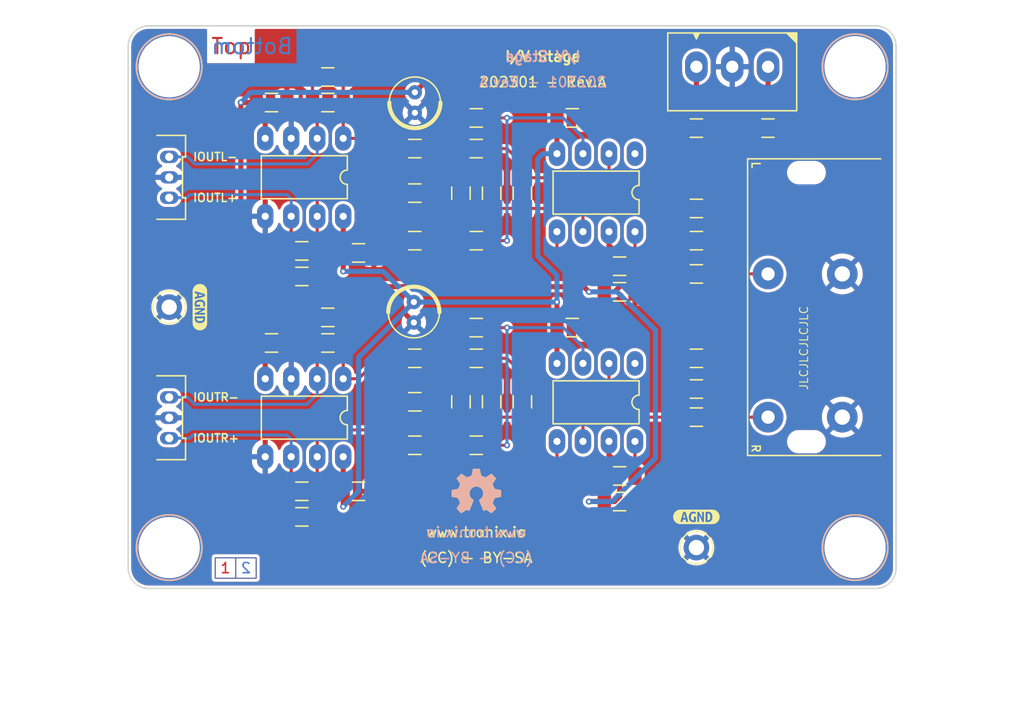
<source format=kicad_pcb>
(kicad_pcb (version 20211014) (generator pcbnew)
  (title_block (title "I/V Stage") (date "01/2023") (rev "A"))
  (layers (0 "F.Cu" signal) (31 "B.Cu" signal) (34 "B.Paste" user) (35 "F.Paste" user) (36 "B.SilkS" user "B.Silkscreen") (37 "F.SilkS" user "F.Silkscreen") (38 "B.Mask" user) (39 "F.Mask" user) (44 "Edge.Cuts" user))
  (net 0 "")
  (net 1 "AGND")
  (net 2 "Net-(C7-Pad2)")
  (net 3 "-15V")
  (net 4 "Net-(C10-Pad2)")
  (net 5 "Net-(C11-Pad1)")
  (net 6 "Net-(C11-Pad2)")
  (net 7 "Net-(C12-Pad2)")
  (net 8 "Net-(C13-Pad2)")
  (net 9 "Net-(C14-Pad2)")
  (net 10 "Net-(C15-Pad2)")
  (net 11 "Net-(C20-Pad2)")
  (net 13 "/IOUTL-")
  (net 14 "Net-(C1-Pad2)")
  (net 15 "+15V")
  (net 16 "Net-(C2-Pad1)")
  (net 17 "Net-(C2-Pad2)")
  (net 18 "Net-(C3-Pad1)")
  (net 19 "Net-(C3-Pad2)")
  (net 20 "/IOUTL+")
  (net 21 "Net-(C4-Pad2)")
  (net 22 "Net-(C5-Pad1)")
  (net 23 "Net-(C5-Pad2)")
  (net 24 "Net-(C6-Pad2)")
  (net 25 "/IOUTR-")
  (net 26 "Net-(C12-Pad1)")
  (net 27 "/IOUTR+")
  (net 28 "Net-(C14-Pad1)")
  (footprint "tronixio:DIP-08-W762" (layer "F.Cu") (at 135 88.5 -90)
    (fp_text reference "U3" hide)
    (fp_text value "NE5532")
    (pad "1" thru_hole oval (at 0 0 270) (size 2.4 1.6) (drill 0.7) (layers *.Cu *.Mask) (net 4 "Net-(C10-Pad2)"))
    (pad "2" thru_hole oval (at 0 2.54 270) (size 2.4 1.6) (drill 0.7) (layers *.Cu *.Mask) (net 25 "/IOUTR-"))
    (pad "3" thru_hole oval (at 0 5.08 270) (size 2.4 1.6) (drill 0.7) (layers *.Cu *.Mask) (net 1 "AGND"))
    (pad "4" thru_hole oval (at 0 7.62 270) (size 2.4 1.6) (drill 0.7) (layers *.Cu *.Mask) (net 15 "+15V"))
    (pad "5" thru_hole oval (at 7.62 7.62 270) (size 2.4 1.6) (drill 0.7) (layers *.Cu *.Mask) (net 1 "AGND"))
    (pad "6" thru_hole oval (at 7.62 5.08 270) (size 2.4 1.6) (drill 0.7) (layers *.Cu *.Mask) (net 27 "/IOUTR+"))
    (pad "7" thru_hole oval (at 7.62 2.54 270) (size 2.4 1.6) (drill 0.7) (layers *.Cu *.Mask) (net 8 "Net-(C13-Pad2)"))
    (pad "8" thru_hole oval (at 7.62 0 270) (size 2.4 1.6) (drill 0.7) (layers *.Cu *.Mask) (net 3 "-15V"))
  )
  (footprint "tronixio:CAPACITOR-SMD-1206" (layer "F.Cu") (at 133.5 85)
    (fp_text reference "C10" hide)
    (fp_text value "2n7")
    (pad "1" smd roundrect (at -1.5 0) (size 1.3 1.75) (layers "F.Cu" "F.Paste" "F.Mask") (roundrect_rratio 0.1) (net 25 "/IOUTR-"))
    (pad "2" smd roundrect (at 1.5 0) (size 1.3 1.75) (layers "F.Cu" "F.Paste" "F.Mask") (roundrect_rratio 0.1) (net 4 "Net-(C10-Pad2)"))
  )
  (footprint "tronixio:RESISTOR-SMD-1206" (layer "F.Cu") (at 169.5 92.25)
    (fp_text reference "R17" hide)
    (fp_text value "47Ω")
    (pad "1" smd roundrect (at -1.5 0) (size 1.3 1.75) (layers "F.Cu" "F.Paste" "F.Mask") (roundrect_rratio 0.1) (net 6 "Net-(C11-Pad2)"))
    (pad "2" smd roundrect (at 1.5 0) (size 1.3 1.75) (layers "F.Cu" "F.Paste" "F.Mask") (roundrect_rratio 0.1) (net 10 "Net-(C15-Pad2)"))
  )
  (footprint "tronixio:MOUNTING-HOLE-3MM-MASK" (layer "F.Cu") (at 118 58)
    (fp_text reference "H4" hide)
    (fp_text value "MOUNTING-HOLE-3MM-MASK" hide)
    (pad "" np_thru_hole circle (at 0 0) (size 3 3) (drill 3) (layers F&B.Cu *.Mask) (clearance 1.5))
  )
  (footprint "tronixio:CAPACITOR-SMD-1206" (layer "F.Cu") (at 157.38 83.5 180)
    (fp_text reference "C24" hide)
    (fp_text value "100n")
    (pad "1" smd roundrect (at -1.5 0 180) (size 1.3 1.75) (layers "F.Cu" "F.Paste" "F.Mask") (roundrect_rratio 0.1) (net 1 "AGND"))
    (pad "2" smd roundrect (at 1.5 0 180) (size 1.3 1.75) (layers "F.Cu" "F.Paste" "F.Mask") (roundrect_rratio 0.1) (net 3 "-15V"))
  )
  (footprint "tronixio:CAPACITOR-SMD-1206" (layer "F.Cu") (at 157.38 63 180)
    (fp_text reference "C23" hide)
    (fp_text value "100n")
    (pad "1" smd roundrect (at -1.5 0 180) (size 1.3 1.75) (layers "F.Cu" "F.Paste" "F.Mask") (roundrect_rratio 0.1) (net 1 "AGND"))
    (pad "2" smd roundrect (at 1.5 0 180) (size 1.3 1.75) (layers "F.Cu" "F.Paste" "F.Mask") (roundrect_rratio 0.1) (net 3 "-15V"))
  )
  (footprint "tronixio:RESISTOR-SMD-1206" (layer "F.Cu") (at 169.5 75)
    (fp_text reference "R7" hide)
    (fp_text value "47K")
    (pad "1" smd roundrect (at -1.5 0) (size 1.3 1.75) (layers "F.Cu" "F.Paste" "F.Mask") (roundrect_rratio 0.1) (net 1 "AGND"))
    (pad "2" smd roundrect (at 1.5 0) (size 1.3 1.75) (layers "F.Cu" "F.Paste" "F.Mask") (roundrect_rratio 0.1) (net 24 "Net-(C6-Pad2)"))
  )
  (footprint "tronixio:RESISTOR-SMD-1206" (layer "F.Cu") (at 148 95)
    (fp_text reference "R21" hide)
    (fp_text value "180Ω")
    (pad "1" smd roundrect (at -1.5 0) (size 1.3 1.75) (layers "F.Cu" "F.Paste" "F.Mask") (roundrect_rratio 0.1) (net 26 "Net-(C12-Pad1)"))
    (pad "2" smd roundrect (at 1.5 0) (size 1.3 1.75) (layers "F.Cu" "F.Paste" "F.Mask") (roundrect_rratio 0.1) (net 11 "Net-(C20-Pad2)"))
  )
  (footprint "tronixio:DIP-08-W762" (layer "F.Cu") (at 163.5 87 -90)
    (fp_text reference "U4" hide)
    (fp_text value "NE5534")
    (pad "1" thru_hole oval (at 0 0 270) (size 2.4 1.6) (drill 0.7) (layers *.Cu *.Mask))
    (pad "2" thru_hole oval (at 0 2.54 270) (size 2.4 1.6) (drill 0.7) (layers *.Cu *.Mask) (net 5 "Net-(C11-Pad1)"))
    (pad "3" thru_hole oval (at 0 5.08 270) (size 2.4 1.6) (drill 0.7) (layers *.Cu *.Mask) (net 11 "Net-(C20-Pad2)"))
    (pad "4" thru_hole oval (at 0 7.62 270) (size 2.4 1.6) (drill 0.7) (layers *.Cu *.Mask) (net 3 "-15V"))
    (pad "5" thru_hole oval (at 7.62 7.62 270) (size 2.4 1.6) (drill 0.7) (layers *.Cu *.Mask) (net 28 "Net-(C14-Pad1)"))
    (pad "6" thru_hole oval (at 7.62 5.08 270) (size 2.4 1.6) (drill 0.7) (layers *.Cu *.Mask) (net 6 "Net-(C11-Pad2)"))
    (pad "7" thru_hole oval (at 7.62 2.54 270) (size 2.4 1.6) (drill 0.7) (layers *.Cu *.Mask) (net 15 "+15V"))
    (pad "8" thru_hole oval (at 7.62 0 270) (size 2.4 1.6) (drill 0.7) (layers *.Cu *.Mask) (net 9 "Net-(C14-Pad2)"))
  )
  (footprint "tronixio:CAPACITOR-SMD-1206" (layer "F.Cu") (at 162 98)
    (fp_text reference "C14" hide)
    (fp_text value "22p")
    (pad "1" smd roundrect (at -1.5 0) (size 1.3 1.75) (layers "F.Cu" "F.Paste" "F.Mask") (roundrect_rratio 0.1) (net 28 "Net-(C14-Pad1)"))
    (pad "2" smd roundrect (at 1.5 0) (size 1.3 1.75) (layers "F.Cu" "F.Paste" "F.Mask") (roundrect_rratio 0.1) (net 9 "Net-(C14-Pad2)"))
  )
  (footprint "tronixio:RESISTOR-SMD-1206" (layer "F.Cu") (at 176.5 64)
    (fp_text reference "R12" hide)
    (fp_text value "22K")
    (pad "1" smd roundrect (at -1.5 0) (size 1.3 1.75) (layers "F.Cu" "F.Paste" "F.Mask") (roundrect_rratio 0.1) (net 1 "AGND"))
    (pad "2" smd roundrect (at 1.5 0) (size 1.3 1.75) (layers "F.Cu" "F.Paste" "F.Mask") (roundrect_rratio 0.1) (net 3 "-15V"))
  )
  (footprint "tronixio:CAPACITOR-SMD-1206" (layer "F.Cu") (at 136.5 99.5 180)
    (fp_text reference "C22" hide)
    (fp_text value "100n")
    (pad "1" smd roundrect (at -1.5 0 180) (size 1.3 1.75) (layers "F.Cu" "F.Paste" "F.Mask") (roundrect_rratio 0.1) (net 1 "AGND"))
    (pad "2" smd roundrect (at 1.5 0 180) (size 1.3 1.75) (layers "F.Cu" "F.Paste" "F.Mask") (roundrect_rratio 0.1) (net 3 "-15V"))
  )
  (footprint "tronixio:CAPACITOR-SMD-1206" (layer "F.Cu") (at 152.5 70.35 -90)
    (fp_text reference "C2" hide)
    (fp_text value "8n2")
    (pad "1" smd roundrect (at -1.5 0 270) (size 1.3 1.75) (layers "F.Cu" "F.Paste" "F.Mask") (roundrect_rratio 0.1) (net 16 "Net-(C2-Pad1)"))
    (pad "2" smd roundrect (at 1.5 0 270) (size 1.3 1.75) (layers "F.Cu" "F.Paste" "F.Mask") (roundrect_rratio 0.1) (net 17 "Net-(C2-Pad2)"))
  )
  (footprint "tronixio:CAPACITOR-SMD-1206" (layer "F.Cu") (at 169.5 78.25)
    (fp_text reference "C6" hide)
    (fp_text value "100p")
    (pad "1" smd roundrect (at -1.5 0) (size 1.3 1.75) (layers "F.Cu" "F.Paste" "F.Mask") (roundrect_rratio 0.1) (net 1 "AGND"))
    (pad "2" smd roundrect (at 1.5 0) (size 1.3 1.75) (layers "F.Cu" "F.Paste" "F.Mask") (roundrect_rratio 0.1) (net 24 "Net-(C6-Pad2)"))
  )
  (footprint "tronixio:RESISTOR-SMD-1206" (layer "F.Cu") (at 142 66)
    (fp_text reference "R3" hide)
    (fp_text value "220Ω")
    (pad "1" smd roundrect (at -1.5 0) (size 1.3 1.75) (layers "F.Cu" "F.Paste" "F.Mask") (roundrect_rratio 0.1) (net 14 "Net-(C1-Pad2)"))
    (pad "2" smd roundrect (at 1.5 0) (size 1.3 1.75) (layers "F.Cu" "F.Paste" "F.Mask") (roundrect_rratio 0.1) (net 19 "Net-(C3-Pad2)"))
  )
  (footprint "tronixio:DIP-08-W762" (layer "F.Cu") (at 163.5 66.5 -90)
    (fp_text reference "U2" hide)
    (fp_text value "NE5534")
    (pad "1" thru_hole oval (at 0 0 270) (size 2.4 1.6) (drill 0.7) (layers *.Cu *.Mask))
    (pad "2" thru_hole oval (at 0 2.54 270) (size 2.4 1.6) (drill 0.7) (layers *.Cu *.Mask) (net 16 "Net-(C2-Pad1)"))
    (pad "3" thru_hole oval (at 0 5.08 270) (size 2.4 1.6) (drill 0.7) (layers *.Cu *.Mask) (net 2 "Net-(C7-Pad2)"))
    (pad "4" thru_hole oval (at 0 7.62 270) (size 2.4 1.6) (drill 0.7) (layers *.Cu *.Mask) (net 3 "-15V"))
    (pad "5" thru_hole oval (at 7.62 7.62 270) (size 2.4 1.6) (drill 0.7) (layers *.Cu *.Mask) (net 22 "Net-(C5-Pad1)"))
    (pad "6" thru_hole oval (at 7.62 5.08 270) (size 2.4 1.6) (drill 0.7) (layers *.Cu *.Mask) (net 17 "Net-(C2-Pad2)"))
    (pad "7" thru_hole oval (at 7.62 2.54 270) (size 2.4 1.6) (drill 0.7) (layers *.Cu *.Mask) (net 15 "+15V"))
    (pad "8" thru_hole oval (at 7.62 0 270) (size 2.4 1.6) (drill 0.7) (layers *.Cu *.Mask) (net 23 "Net-(C5-Pad2)"))
  )
  (footprint "tronixio:MOLEX-532530370" (layer "F.Cu") (at 118 94.31 90)
    (fp_text reference "K4" hide)
    (fp_text value "IOUTR")
    (pad "1" thru_hole oval (at 4 0 90) (size 1.2 1.8) (drill 0.8) (layers *.Cu *.Mask) (net 25 "/IOUTR-"))
    (pad "2" thru_hole oval (at 2 0 90) (size 1.2 1.8) (drill 0.8) (layers *.Cu *.Mask) (net 1 "AGND"))
    (pad "3" thru_hole oval (at 0 0 90) (size 1.2 1.8) (drill 0.8) (layers *.Cu *.Mask) (net 27 "/IOUTR+"))
  )
  (footprint "tronixio:RESISTOR-SMD-1206" (layer "F.Cu") (at 169.5 71.85)
    (fp_text reference "R5" hide)
    (fp_text value "47Ω")
    (pad "1" smd roundrect (at -1.5 0) (size 1.3 1.75) (layers "F.Cu" "F.Paste" "F.Mask") (roundrect_rratio 0.1) (net 17 "Net-(C2-Pad2)"))
    (pad "2" smd roundrect (at 1.5 0) (size 1.3 1.75) (layers "F.Cu" "F.Paste" "F.Mask") (roundrect_rratio 0.1) (net 24 "Net-(C6-Pad2)"))
  )
  (footprint "tronixio:CAPACITOR-SMD-1206" (layer "F.Cu") (at 152.5 90.75 -90)
    (fp_text reference "C11" hide)
    (fp_text value "8n2")
    (pad "1" smd roundrect (at -1.5 0 270) (size 1.3 1.75) (layers "F.Cu" "F.Paste" "F.Mask") (roundrect_rratio 0.1) (net 5 "Net-(C11-Pad1)"))
    (pad "2" smd roundrect (at 1.5 0 270) (size 1.3 1.75) (layers "F.Cu" "F.Paste" "F.Mask") (roundrect_rratio 0.1) (net 6 "Net-(C11-Pad2)"))
  )
  (footprint "tronixio:CAPACITOR-SMD-1206" (layer "F.Cu") (at 133.5 61.5)
    (fp_text reference "C1" hide)
    (fp_text value "2n7")
    (pad "1" smd roundrect (at -1.5 0) (size 1.3 1.75) (layers "F.Cu" "F.Paste" "F.Mask") (roundrect_rratio 0.1) (net 13 "/IOUTL-"))
    (pad "2" smd roundrect (at 1.5 0) (size 1.3 1.75) (layers "F.Cu" "F.Paste" "F.Mask") (roundrect_rratio 0.1) (net 14 "Net-(C1-Pad2)"))
  )
  (footprint "kibuzzard-63CBEF50" (layer "F.Cu") (at 121 81.5 -90)
    (fp_text reference "kibuzzard-63CBEF50" hide)
    (fp_text value "G***" hide)
  )
  (footprint "tronixio:MOUNTING-HOLE-3MM-MASK" (layer "F.Cu") (at 185 58)
    (fp_text reference "H3" hide)
    (fp_text value "MOUNTING-HOLE-3MM-MASK" hide)
    (pad "" np_thru_hole circle (at 0 0) (size 3 3) (drill 3) (layers F&B.Cu *.Mask) (clearance 1.5))
  )
  (footprint "tronixio:CAPACITOR-SMD-1206" (layer "F.Cu") (at 148 83.5)
    (fp_text reference "C20" hide)
    (fp_text value "8n2")
    (pad "1" smd roundrect (at -1.5 0) (size 1.3 1.75) (layers "F.Cu" "F.Paste" "F.Mask") (roundrect_rratio 0.1) (net 1 "AGND"))
    (pad "2" smd roundrect (at 1.5 0) (size 1.3 1.75) (layers "F.Cu" "F.Paste" "F.Mask") (roundrect_rratio 0.1) (net 11 "Net-(C20-Pad2)"))
  )
  (footprint "tronixio:RESISTOR-SMD-1206" (layer "F.Cu") (at 133.5 59)
    (fp_text reference "R1" hide)
    (fp_text value "820Ω")
    (pad "1" smd roundrect (at -1.5 0) (size 1.3 1.75) (layers "F.Cu" "F.Paste" "F.Mask") (roundrect_rratio 0.1) (net 13 "/IOUTL-"))
    (pad "2" smd roundrect (at 1.5 0) (size 1.3 1.75) (layers "F.Cu" "F.Paste" "F.Mask") (roundrect_rratio 0.1) (net 14 "Net-(C1-Pad2)"))
  )
  (footprint "tronixio:RESISTOR-SMD-1206" (layer "F.Cu") (at 133.5 82.5)
    (fp_text reference "R13" hide)
    (fp_text value "820Ω")
    (pad "1" smd roundrect (at -1.5 0) (size 1.3 1.75) (layers "F.Cu" "F.Paste" "F.Mask") (roundrect_rratio 0.1) (net 25 "/IOUTR-"))
    (pad "2" smd roundrect (at 1.5 0) (size 1.3 1.75) (layers "F.Cu" "F.Paste" "F.Mask") (roundrect_rratio 0.1) (net 4 "Net-(C10-Pad2)"))
  )
  (footprint "tronixio:CAPACITOR-ELECTROLYTIC-RADIAL-050-110-020-WURTH" (layer "F.Cu") (at 141.9 82 90)
    (fp_text reference "C9" hide)
    (fp_text value "47µ")
    (pad "1" thru_hole circle (at -1 0 90) (size 1.4 1.4) (drill 0.6) (layers *.Cu *.Mask) (net 1 "AGND"))
    (pad "2" thru_hole circle (at 1 0 90) (size 1.4 1.4) (drill 0.6) (layers *.Cu *.Mask) (net 3 "-15V"))
  )
  (footprint "tronixio:RESISTOR-SMD-1206" (layer "F.Cu") (at 142 70.35)
    (fp_text reference "R10" hide)
    (fp_text value "200Ω")
    (pad "1" smd roundrect (at -1.5 0) (size 1.3 1.75) (layers "F.Cu" "F.Paste" "F.Mask") (roundrect_rratio 0.1) (net 1 "AGND"))
    (pad "2" smd roundrect (at 1.5 0) (size 1.3 1.75) (layers "F.Cu" "F.Paste" "F.Mask") (roundrect_rratio 0.1) (net 18 "Net-(C3-Pad1)"))
  )
  (footprint "tronixio:DIP-08-W762" (layer "F.Cu") (at 135 65 -90)
    (fp_text reference "U1" hide)
    (fp_text value "NE5532")
    (pad "1" thru_hole oval (at 0 0 270) (size 2.4 1.6) (drill 0.7) (layers *.Cu *.Mask) (net 14 "Net-(C1-Pad2)"))
    (pad "2" thru_hole oval (at 0 2.54 270) (size 2.4 1.6) (drill 0.7) (layers *.Cu *.Mask) (net 13 "/IOUTL-"))
    (pad "3" thru_hole oval (at 0 5.08 270) (size 2.4 1.6) (drill 0.7) (layers *.Cu *.Mask) (net 1 "AGND"))
    (pad "4" thru_hole oval (at 0 7.62 270) (size 2.4 1.6) (drill 0.7) (layers *.Cu *.Mask) (net 15 "+15V"))
    (pad "5" thru_hole oval (at 7.62 7.62 270) (size 2.4 1.6) (drill 0.7) (layers *.Cu *.Mask) (net 1 "AGND"))
    (pad "6" thru_hole oval (at 7.62 5.08 270) (size 2.4 1.6) (drill 0.7) (layers *.Cu *.Mask) (net 20 "/IOUTL+"))
    (pad "7" thru_hole oval (at 7.62 2.54 270) (size 2.4 1.6) (drill 0.7) (layers *.Cu *.Mask) (net 21 "Net-(C4-Pad2)"))
    (pad "8" thru_hole oval (at 7.62 0 270) (size 2.4 1.6) (drill 0.7) (layers *.Cu *.Mask) (net 3 "-15V"))
  )
  (footprint "tronixio:RESISTOR-SMD-1206" (layer "F.Cu") (at 130.96 78.5)
    (fp_text reference "R6" hide)
    (fp_text value "820Ω")
    (pad "1" smd roundrect (at -1.5 0) (size 1.3 1.75) (layers "F.Cu" "F.Paste" "F.Mask") (roundrect_rratio 0.1) (net 20 "/IOUTL+"))
    (pad "2" smd roundrect (at 1.5 0) (size 1.3 1.75) (layers "F.Cu" "F.Paste" "F.Mask") (roundrect_rratio 0.1) (net 21 "Net-(C4-Pad2)"))
  )
  (footprint "tronixio:CAPACITOR-SMD-1206" (layer "F.Cu") (at 162 100.5)
    (fp_text reference "C19" hide)
    (fp_text value "100n")
    (pad "1" smd roundrect (at -1.5 0) (size 1.3 1.75) (layers "F.Cu" "F.Paste" "F.Mask") (roundrect_rratio 0.1) (net 15 "+15V"))
    (pad "2" smd roundrect (at 1.5 0) (size 1.3 1.75) (layers "F.Cu" "F.Paste" "F.Mask") (roundrect_rratio 0.1) (net 1 "AGND"))
  )
  (footprint "tronixio:RESISTOR-SMD-1206" (layer "F.Cu") (at 142 95)
    (fp_text reference "R20" hide)
    (fp_text value "220Ω")
    (pad "1" smd roundrect (at -1.5 0) (size 1.3 1.75) (layers "F.Cu" "F.Paste" "F.Mask") (roundrect_rratio 0.1) (net 8 "Net-(C13-Pad2)"))
    (pad "2" smd roundrect (at 1.5 0) (size 1.3 1.75) (layers "F.Cu" "F.Paste" "F.Mask") (roundrect_rratio 0.1) (net 26 "Net-(C12-Pad1)"))
  )
  (footprint "tronixio:CAPACITOR-SMD-1206" (layer "F.Cu") (at 128 85)
    (fp_text reference "C17" hide)
    (fp_text value "100n")
    (pad "1" smd roundrect (at -1.5 0) (size 1.3 1.75) (layers "F.Cu" "F.Paste" "F.Mask") (roundrect_rratio 0.1) (net 15 "+15V"))
    (pad "2" smd roundrect (at 1.5 0) (size 1.3 1.75) (layers "F.Cu" "F.Paste" "F.Mask") (roundrect_rratio 0.1) (net 1 "AGND"))
  )
  (footprint "tronixio:RESISTOR-SMD-1206" (layer "F.Cu") (at 169.5 64)
    (fp_text reference "R11" hide)
    (fp_text value "22K")
    (pad "1" smd roundrect (at -1.5 0) (size 1.3 1.75) (layers "F.Cu" "F.Paste" "F.Mask") (roundrect_rratio 0.1) (net 15 "+15V"))
    (pad "2" smd roundrect (at 1.5 0) (size 1.3 1.75) (layers "F.Cu" "F.Paste" "F.Mask") (roundrect_rratio 0.1) (net 1 "AGND"))
  )
  (footprint "kibuzzard-63CBEF50" (layer "F.Cu") (at 169.5 102)
    (fp_text reference "kibuzzard-63CBEF50" hide)
    (fp_text value "G***" hide)
  )
  (footprint "tronixio:RESISTOR-SMD-1206" (layer "F.Cu") (at 148 66)
    (fp_text reference "R4" hide)
    (fp_text value "180Ω")
    (pad "1" smd roundrect (at -1.5 0) (size 1.3 1.75) (layers "F.Cu" "F.Paste" "F.Mask") (roundrect_rratio 0.1) (net 19 "Net-(C3-Pad2)"))
    (pad "2" smd roundrect (at 1.5 0) (size 1.3 1.75) (layers "F.Cu" "F.Paste" "F.Mask") (roundrect_rratio 0.1) (net 16 "Net-(C2-Pad1)"))
  )
  (footprint "tronixio:CAPACITOR-SMD-1206" (layer "F.Cu") (at 146.5 70.35 90)
    (fp_text reference "C3" hide)
    (fp_text value "27n")
    (pad "1" smd roundrect (at -1.5 0 90) (size 1.3 1.75) (layers "F.Cu" "F.Paste" "F.Mask") (roundrect_rratio 0.1) (net 18 "Net-(C3-Pad1)"))
    (pad "2" smd roundrect (at 1.5 0 90) (size 1.3 1.75) (layers "F.Cu" "F.Paste" "F.Mask") (roundrect_rratio 0.1) (net 19 "Net-(C3-Pad2)"))
  )
  (footprint "tronixio:CAPACITOR-SMD-1206" (layer "F.Cu") (at 130.96 76)
    (fp_text reference "C4" hide)
    (fp_text value "2n7")
    (pad "1" smd roundrect (at -1.5 0) (size 1.3 1.75) (layers "F.Cu" "F.Paste" "F.Mask") (roundrect_rratio 0.1) (net 20 "/IOUTL+"))
    (pad "2" smd roundrect (at 1.5 0) (size 1.3 1.75) (layers "F.Cu" "F.Paste" "F.Mask") (roundrect_rratio 0.1) (net 21 "Net-(C4-Pad2)"))
  )
  (footprint "tronixio:RESISTOR-SMD-1206" (layer "F.Cu") (at 148 86.5)
    (fp_text reference "R16" hide)
    (fp_text value "180Ω")
    (pad "1" smd roundrect (at -1.5 0) (size 1.3 1.75) (layers "F.Cu" "F.Paste" "F.Mask") (roundrect_rratio 0.1) (net 7 "Net-(C12-Pad2)"))
    (pad "2" smd roundrect (at 1.5 0) (size 1.3 1.75) (layers "F.Cu" "F.Paste" "F.Mask") (roundrect_rratio 0.1) (net 5 "Net-(C11-Pad1)"))
  )
  (footprint "tronixio:CAPACITOR-SMD-1206" (layer "F.Cu") (at 136.5 76.2 180)
    (fp_text reference "C21" hide)
    (fp_text value "100n")
    (pad "1" smd roundrect (at -1.5 0 180) (size 1.3 1.75) (layers "F.Cu" "F.Paste" "F.Mask") (roundrect_rratio 0.1) (net 1 "AGND"))
    (pad "2" smd roundrect (at 1.5 0 180) (size 1.3 1.75) (layers "F.Cu" "F.Paste" "F.Mask") (roundrect_rratio 0.1) (net 3 "-15V"))
  )
  (footprint "tronixio:RESISTOR-SMD-1206" (layer "F.Cu") (at 169.5 86.5)
    (fp_text reference "R19" hide)
    (fp_text value "47K")
    (pad "1" smd roundrect (at -1.5 0) (size 1.3 1.75) (layers "F.Cu" "F.Paste" "F.Mask") (roundrect_rratio 0.1) (net 1 "AGND"))
    (pad "2" smd roundrect (at 1.5 0) (size 1.3 1.75) (layers "F.Cu" "F.Paste" "F.Mask") (roundrect_rratio 0.1) (net 10 "Net-(C15-Pad2)"))
  )
  (footprint "tronixio:SWITCHCRAFT-PJRAS2X1S" (layer "F.Cu") (at 189 81.5 90)
    (fp_text reference "K2" hide)
    (fp_text value "SWITCHCRAFT-PJRAS2X1S01AUX")
    (fp_text user "L" (at 13.9 -13.7 270 unlocked) (layer "F.SilkS") (effects (font (size 0.8 0.8))))
    (fp_text user "R" (at -13.8 -13.7 270 unlocked) (layer "F.SilkS") (effects (font (size 0.8 0.8))))
    (pad "" np_thru_hole oval (at 13.15 -8.75 90) (size 1.7 3.2) (drill oval 1.7 3.2) (layers F&B.Cu *.Mask))
    (pad "" np_thru_hole oval (at -13.15 -8.75 90) (size 1.7 3.2) (drill oval 1.7 3.2) (layers F&B.Cu *.Mask))
    (pad "1" thru_hole circle (at -10.75 -5.25 90) (size 3 3) (drill 1.5) (layers *.Cu *.Mask) (net 1 "AGND"))
    (pad "2" thru_hole circle (at -10.75 -12.5 90) (size 3 3) (drill 1.3) (layers *.Cu *.Mask) (net 10 "Net-(C15-Pad2)"))
    (pad "3" thru_hole circle (at 3.25 -5.25 90) (size 3 3) (drill 1.5) (layers *.Cu *.Mask) (net 1 "AGND"))
    (pad "4" thru_hole circle (at 3.25 -12.5 90) (size 3 3) (drill 1.3) (layers *.Cu *.Mask) (net 24 "Net-(C6-Pad2)"))
  )
  (footprint "tronixio:MOLEX-532580329" (layer "F.Cu") (at 169.5 58)
    (fp_text reference "K3" hide)
    (fp_text value "±15V")
    (pad "1" thru_hole oval (at 0 0) (size 2.2 3) (drill 1.2) (layers *.Cu *.Mask) (net 15 "+15V"))
    (pad "2" thru_hole oval (at 3.5 0) (size 2.2 3) (drill 1.2) (layers *.Cu *.Mask) (net 1 "AGND"))
    (pad "3" thru_hole oval (at 7 0) (size 2.2 3) (drill 1.2) (layers *.Cu *.Mask) (net 3 "-15V"))
  )
  (footprint "tronixio:CAPACITOR-SMD-1206" (layer "F.Cu") (at 162 77.5)
    (fp_text reference "C5" hide)
    (fp_text value "22p")
    (pad "1" smd roundrect (at -1.5 0) (size 1.3 1.75) (layers "F.Cu" "F.Paste" "F.Mask") (roundrect_rratio 0.1) (net 22 "Net-(C5-Pad1)"))
    (pad "2" smd roundrect (at 1.5 0) (size 1.3 1.75) (layers "F.Cu" "F.Paste" "F.Mask") (roundrect_rratio 0.1) (net 23 "Net-(C5-Pad2)"))
  )
  (footprint "tronixio:KEYSTONE-5006" (layer "F.Cu") (at 118 81.5)
    (fp_text reference "TP1" hide)
    (fp_text value "GND")
    (pad "1" thru_hole circle (at 0 0) (size 2.5 2.5) (drill 1.5) (layers *.Cu *.Mask) (net 1 "AGND"))
  )
  (footprint "tronixio:OSHW-5MM" (layer "F.Cu") (at 148 99.5)
    (fp_text reference "G***" hide)
    (fp_text value "LOGO" hide)
  )
  (footprint "tronixio:CAPACITOR-SMD-1206" (layer "F.Cu") (at 130.96 99.5)
    (fp_text reference "C13" hide)
    (fp_text value "2n7")
    (pad "1" smd roundrect (at -1.5 0) (size 1.3 1.75) (layers "F.Cu" "F.Paste" "F.Mask") (roundrect_rratio 0.1) (net 27 "/IOUTR+"))
    (pad "2" smd roundrect (at 1.5 0) (size 1.3 1.75) (layers "F.Cu" "F.Paste" "F.Mask") (roundrect_rratio 0.1) (net 8 "Net-(C13-Pad2)"))
  )
  (footprint "tronixio:KEYSTONE-5006" (layer "F.Cu") (at 169.5 105 90)
    (fp_text reference "TP2" hide)
    (fp_text value "GND")
    (pad "1" thru_hole circle (at 0 0 90) (size 2.5 2.5) (drill 1.5) (layers *.Cu *.Mask) (net 1 "AGND"))
  )
  (footprint "tronixio:CAPACITOR-SMD-1206" (layer "F.Cu") (at 146.5 90.75 90)
    (fp_text reference "C12" hide)
    (fp_text value "27n")
    (pad "1" smd roundrect (at -1.5 0 90) (size 1.3 1.75) (layers "F.Cu" "F.Paste" "F.Mask") (roundrect_rratio 0.1) (net 26 "Net-(C12-Pad1)"))
    (pad "2" smd roundrect (at 1.5 0 90) (size 1.3 1.75) (layers "F.Cu" "F.Paste" "F.Mask") (roundrect_rratio 0.1) (net 7 "Net-(C12-Pad2)"))
  )
  (footprint "tronixio:CAPACITOR-SMD-1206" (layer "F.Cu") (at 169.5 89.5)
    (fp_text reference "C15" hide)
    (fp_text value "100p")
    (pad "1" smd roundrect (at -1.5 0) (size 1.3 1.75) (layers "F.Cu" "F.Paste" "F.Mask") (roundrect_rratio 0.1) (net 1 "AGND"))
    (pad "2" smd roundrect (at 1.5 0) (size 1.3 1.75) (layers "F.Cu" "F.Paste" "F.Mask") (roundrect_rratio 0.1) (net 10 "Net-(C15-Pad2)"))
  )
  (footprint "tronixio:MOUNTING-HOLE-3MM-MASK" (layer "F.Cu") (at 118 105)
    (fp_text reference "H1" hide)
    (fp_text value "MOUNTING-HOLE-3MM-MASK" hide)
    (pad "" np_thru_hole circle (at 0 0) (size 3 3) (drill 3) (layers F&B.Cu *.Mask) (clearance 1.5))
  )
  (footprint "tronixio:RESISTOR-SMD-1206" (layer "F.Cu") (at 149.5 70.35 -90)
    (fp_text reference "R2" hide)
    (fp_text value "200Ω")
    (pad "1" smd roundrect (at -1.5 0 270) (size 1.3 1.75) (layers "F.Cu" "F.Paste" "F.Mask") (roundrect_rratio 0.1) (net 19 "Net-(C3-Pad2)"))
    (pad "2" smd roundrect (at 1.5 0 270) (size 1.3 1.75) (layers "F.Cu" "F.Paste" "F.Mask") (roundrect_rratio 0.1) (net 17 "Net-(C2-Pad2)"))
  )
  (footprint "tronixio:RESISTOR-SMD-1206" (layer "F.Cu") (at 142 90.75)
    (fp_text reference "R22" hide)
    (fp_text value "200Ω")
    (pad "1" smd roundrect (at -1.5 0) (size 1.3 1.75) (layers "F.Cu" "F.Paste" "F.Mask") (roundrect_rratio 0.1) (net 1 "AGND"))
    (pad "2" smd roundrect (at 1.5 0) (size 1.3 1.75) (layers "F.Cu" "F.Paste" "F.Mask") (roundrect_rratio 0.1) (net 26 "Net-(C12-Pad1)"))
  )
  (footprint "tronixio:RESISTOR-SMD-1206" (layer "F.Cu") (at 148 75)
    (fp_text reference "R9" hide)
    (fp_text value "180Ω")
    (pad "1" smd roundrect (at -1.5 0) (size 1.3 1.75) (layers "F.Cu" "F.Paste" "F.Mask") (roundrect_rratio 0.1) (net 18 "Net-(C3-Pad1)"))
    (pad "2" smd roundrect (at 1.5 0) (size 1.3 1.75) (layers "F.Cu" "F.Paste" "F.Mask") (roundrect_rratio 0.1) (net 2 "Net-(C7-Pad2)"))
  )
  (footprint "tronixio:RESISTOR-SMD-1206" (layer "F.Cu") (at 149.5 90.75 -90)
    (fp_text reference "R14" hide)
    (fp_text value "200Ω")
    (pad "1" smd roundrect (at -1.5 0 270) (size 1.3 1.75) (layers "F.Cu" "F.Paste" "F.Mask") (roundrect_rratio 0.1) (net 7 "Net-(C12-Pad2)"))
    (pad "2" smd roundrect (at 1.5 0 270) (size 1.3 1.75) (layers "F.Cu" "F.Paste" "F.Mask") (roundrect_rratio 0.1) (net 6 "Net-(C11-Pad2)"))
  )
  (footprint "tronixio:CAPACITOR-ELECTROLYTIC-RADIAL-050-110-020-WURTH" (layer "F.Cu") (at 142 61.5 -90)
    (fp_text reference "C8" hide)
    (fp_text value "47µ")
    (pad "1" thru_hole circle (at -1 0 270) (size 1.4 1.4) (drill 0.6) (layers *.Cu *.Mask) (net 15 "+15V"))
    (pad "2" thru_hole circle (at 1 0 270) (size 1.4 1.4) (drill 0.6) (layers *.Cu *.Mask) (net 1 "AGND"))
  )
  (footprint "tronixio:MOUNTING-HOLE-3MM-MASK" (layer "F.Cu") (at 185 105)
    (fp_text reference "H2" hide)
    (fp_text value "MOUNTING-HOLE-3MM-MASK" hide)
    (pad "" np_thru_hole circle (at 0 0) (size 3 3) (drill 3) (layers F&B.Cu *.Mask) (clearance 1.5))
  )
  (footprint "tronixio:CAPACITOR-SMD-1206" (layer "F.Cu") (at 162 80)
    (fp_text reference "C18" hide)
    (fp_text value "100n")
    (pad "1" smd roundrect (at -1.5 0) (size 1.3 1.75) (layers "F.Cu" "F.Paste" "F.Mask") (roundrect_rratio 0.1) (net 15 "+15V"))
    (pad "2" smd roundrect (at 1.5 0) (size 1.3 1.75) (layers "F.Cu" "F.Paste" "F.Mask") (roundrect_rratio 0.1) (net 1 "AGND"))
  )
  (footprint "tronixio:RESISTOR-SMD-1206" (layer "F.Cu") (at 130.96 102)
    (fp_text reference "R18" hide)
    (fp_text value "820Ω")
    (pad "1" smd roundrect (at -1.5 0) (size 1.3 1.75) (layers "F.Cu" "F.Paste" "F.Mask") (roundrect_rratio 0.1) (net 27 "/IOUTR+"))
    (pad "2" smd roundrect (at 1.5 0) (size 1.3 1.75) (layers "F.Cu" "F.Paste" "F.Mask") (roundrect_rratio 0.1) (net 8 "Net-(C13-Pad2)"))
  )
  (footprint "tronixio:RESISTOR-SMD-1206" (layer "F.Cu") (at 142 75)
    (fp_text reference "R8" hide)
    (fp_text value "220Ω")
    (pad "1" smd roundrect (at -1.5 0) (size 1.3 1.75) (layers "F.Cu" "F.Paste" "F.Mask") (roundrect_rratio 0.1) (net 21 "Net-(C4-Pad2)"))
    (pad "2" smd roundrect (at 1.5 0) (size 1.3 1.75) (layers "F.Cu" "F.Paste" "F.Mask") (roundrect_rratio 0.1) (net 18 "Net-(C3-Pad1)"))
  )
  (footprint "tronixio:CAPACITOR-SMD-1206" (layer "F.Cu") (at 148 63)
    (fp_text reference "C7" hide)
    (fp_text value "8n2")
    (pad "1" smd roundrect (at -1.5 0) (size 1.3 1.75) (layers "F.Cu" "F.Paste" "F.Mask") (roundrect_rratio 0.1) (net 1 "AGND"))
    (pad "2" smd roundrect (at 1.5 0) (size 1.3 1.75) (layers "F.Cu" "F.Paste" "F.Mask") (roundrect_rratio 0.1) (net 2 "Net-(C7-Pad2)"))
  )
  (footprint "tronixio:RESISTOR-SMD-1206" (layer "F.Cu") (at 142 86.5)
    (fp_text reference "R15" hide)
    (fp_text value "220Ω")
    (pad "1" smd roundrect (at -1.5 0) (size 1.3 1.75) (layers "F.Cu" "F.Paste" "F.Mask") (roundrect_rratio 0.1) (net 4 "Net-(C10-Pad2)"))
    (pad "2" smd roundrect (at 1.5 0) (size 1.3 1.75) (layers "F.Cu" "F.Paste" "F.Mask") (roundrect_rratio 0.1) (net 7 "Net-(C12-Pad2)"))
  )
  (footprint "tronixio:MOLEX-532530370" (layer "F.Cu") (at 118 70.81 90)
    (fp_text reference "K1" hide)
    (fp_text value "IOUTL")
    (pad "1" thru_hole oval (at 4 0 90) (size 1.2 1.8) (drill 0.8) (layers *.Cu *.Mask) (net 13 "/IOUTL-"))
    (pad "2" thru_hole oval (at 2 0 90) (size 1.2 1.8) (drill 0.8) (layers *.Cu *.Mask) (net 1 "AGND"))
    (pad "3" thru_hole oval (at 0 0 90) (size 1.2 1.8) (drill 0.8) (layers *.Cu *.Mask) (net 20 "/IOUTL+"))
  )
  (footprint "tronixio:CAPACITOR-SMD-1206" (layer "F.Cu") (at 128 61.5)
    (fp_text reference "C16" hide)
    (fp_text value "100n")
    (pad "1" smd roundrect (at -1.5 0) (size 1.3 1.75) (layers "F.Cu" "F.Paste" "F.Mask") (roundrect_rratio 0.1) (net 15 "+15V"))
    (pad "2" smd roundrect (at 1.5 0) (size 1.3 1.75) (layers "F.Cu" "F.Paste" "F.Mask") (roundrect_rratio 0.1) (net 1 "AGND"))
  )
  (footprint "tronixio:OSHW-5MM" (layer "B.Cu") (at 148 99.5 180)
    (fp_text reference "G***" hide)
    (fp_text value "LOGO" hide)
  )
  (gr_line (start 124.5 108) (end 124.5 106) (layer "F.Cu") (width 0.1))
  (gr_rect (start 122.5 108) (end 126.5 106) (layer "F.Cu") (width 0.1) (fill none))
  (gr_line (start 124.5 108) (end 124.5 106) (layer "B.Cu") (width 0.1))
  (gr_rect (start 122.5 108) (end 126.5 106) (layer "B.Cu") (width 0.1) (fill none))
  (gr_line (start 114 56) (end 114 107) (layer "Edge.Cuts") (width 0.15))
  (gr_arc (start 116 109) (mid 114.585786 108.414214) (end 114 107) (layer "Edge.Cuts") (width 0.15))
  (gr_arc (start 114 56) (mid 114.585786 54.585786) (end 116 54) (layer "Edge.Cuts") (width 0.15))
  (gr_arc (start 187 54) (mid 188.414214 54.585786) (end 189 56) (layer "Edge.Cuts") (width 0.15))
  (gr_arc (start 189 107) (mid 188.414214 108.414214) (end 187 109) (layer "Edge.Cuts") (width 0.15))
  (gr_line (start 187 54) (end 116 54) (layer "Edge.Cuts") (width 0.15))
  (gr_line (start 189 107) (end 189 56) (layer "Edge.Cuts") (width 0.15))
  (gr_line (start 116 109) (end 187 109) (layer "Edge.Cuts") (width 0.15))
  (gr_text "1" (at 123.5 107) (layer "F.Cu") (effects (font (size 1 1))))
  (gr_text "Top" (at 122 56) (layer "F.Cu") (effects (font (size 1.5 1.5) (thickness 0.2)) (justify left)))
  (gr_text "Bottom" (at 122 56) (layer "B.Cu") (effects (font (size 1.5 1.5) (thickness 0.2)) (justify right mirror)))
  (gr_text "2" (at 125.5 107) (layer "B.Cu") (effects (font (size 1 1)) (justify mirror)))
  (gr_text "202301 - Rev.A" (at 154.5 59.5) (layer "B.SilkS") (effects (font (size 1 1)) (justify mirror)))
  (gr_text "(CC) - BY-SA" (at 148 106) (layer "B.SilkS") (effects (font (size 1 1)) (justify mirror)))
  (gr_text "www.tronix.io" (at 148 103.5) (layer "B.SilkS") (effects (font (size 1 1)) (justify mirror)))
  (gr_text "I/V Stage" (at 154.5 57) (layer "B.SilkS") (effects (font (size 1 1) (thickness 0.2)) (justify mirror)))
  (gr_text "202301 - Rev.A" (at 154.5 59.5) (layer "F.SilkS") (effects (font (size 1 1))))
  (gr_text "IOUTR+" (at 120.25 94.31) (layer "F.SilkS") (effects (font (size 0.8 0.8)) (justify left)))
  (gr_text "I/V Stage" (at 154.5 57) (layer "F.SilkS") (effects (font (size 1 1) (thickness 0.2))))
  (gr_text "(CC) - BY-SA" (at 148 106) (layer "F.SilkS") (effects (font (size 1 1))))
  (gr_text "www.tronix.io" (at 148 103.5) (layer "F.SilkS") (effects (font (size 1 1))))
  (gr_text "IOUTL-" (at 120.25 66.81) (layer "F.SilkS") (effects (font (size 0.8 0.8)) (justify left)))
  (gr_text "JLCJLCJLCJLC" (at 180 85.5 90) (layer "F.SilkS") (effects (font (size 0.8 0.8) (thickness 0.1))))
  (gr_text "IOUTR-" (at 120.25 90.31) (layer "F.SilkS") (effects (font (size 0.8 0.8)) (justify left)))
  (gr_text "IOUTL+" (at 120.25 70.81) (layer "F.SilkS") (effects (font (size 0.8 0.8)) (justify left)))
  (segment (start 151 63) (end 149.5 63) (width 0.3) (layer "F.Cu") (net 2))
  (segment (start 149.5 75) (end 151 75) (width 0.3) (layer "F.Cu") (net 2))
  (via (at 151 75) (size 0.6) (drill 0.3) (layers "F.Cu" "B.Cu") (net 2))
  (via (at 151 63) (size 0.6) (drill 0.3) (layers "F.Cu" "B.Cu") (net 2))
  (segment (start 156.5 63) (end 151 63) (width 0.3) (layer "B.Cu") (net 2))
  (segment (start 151 75) (end 151 63) (width 0.3) (layer "B.Cu") (net 2))
  (segment (start 158.42 64.92) (end 156.5 63) (width 0.3) (layer "B.Cu") (net 2))
  (segment (start 158.42 66.5) (end 158.42 64.92) (width 0.3) (layer "B.Cu") (net 2))
  (segment (start 155.88 83.5) (end 155.88 81) (width 0.5) (layer "F.Cu") (net 3))
  (segment (start 155.88 66.5) (end 155.88 63) (width 0.5) (layer "F.Cu") (net 3))
  (segment (start 166.5 66) (end 161.75 61.25) (width 0.5) (layer "F.Cu") (net 3))
  (segment (start 155.88 61.62) (end 155.88 63) (width 0.5) (layer "F.Cu") (net 3))
  (segment (start 178 62) (end 176.5 60.5) (width 0.5) (layer "F.Cu") (net 3))
  (segment (start 135 76.2) (end 135 72.62) (width 0.5) (layer "F.Cu") (net 3))
  (segment (start 178 65.5) (end 177.5 66) (width 0.5) (layer "F.Cu") (net 3))
  (segment (start 156.25 61.25) (end 155.88 61.62) (width 0.5) (layer "F.Cu") (net 3))
  (segment (start 177.5 66) (end 166.5 66) (width 0.5) (layer "F.Cu") (net 3))
  (segment (start 155.88 87) (end 155.88 83.5) (width 0.5) (layer "F.Cu") (net 3))
  (segment (start 176.5 60.5) (end 176.5 58) (width 0.5) (layer "F.Cu") (net 3))
  (segment (start 178 64) (end 178 65.5) (width 0.5) (layer "F.Cu") (net 3))
  (segment (start 178 64) (end 178 62) (width 0.5) (layer "F.Cu") (net 3))
  (segment (start 135 99.5) (end 135 96.12) (width 0.5) (layer "F.Cu") (net 3))
  (segment (start 135 99.5) (end 135 101) (width 0.5) (layer "F.Cu") (net 3))
  (segment (start 161.75 61.25) (end 156.25 61.25) (width 0.5) (layer "F.Cu") (net 3))
  (segment (start 135 76.2) (end 135 78) (width 0.5) (layer "F.Cu") (net 3))
  (via (at 135 78) (size 0.6) (drill 0.3) (layers "F.Cu" "B.Cu") (net 3))
  (via (at 155.88 81) (size 0.6) (drill 0.3) (layers "F.Cu" "B.Cu") (net 3))
  (via (at 135 101) (size 0.6) (drill 0.3) (layers "F.Cu" "B.Cu") (net 3))
  (segment (start 154 76.5) (end 154 67) (width 0.5) (layer "B.Cu") (net 3))
  (segment (start 135 101) (end 136.5 99.5) (width 0.5) (layer "B.Cu") (net 3))
  (segment (start 136.5 86.4) (end 136.5 99.5) (width 0.5) (layer "B.Cu") (net 3))
  (segment (start 138.9 78) (end 141.9 81) (width 0.5) (layer "B.Cu") (net 3))
  (segment (start 154.5 66.5) (end 155.88 66.5) (width 0.5) (layer "B.Cu") (net 3))
  (segment (start 154 67) (end 154.5 66.5) (width 0.5) (layer "B.Cu") (net 3))
  (segment (start 135 78) (end 138.9 78) (width 0.5) (layer "B.Cu") (net 3))
  (segment (start 155.88 78.38) (end 154 76.5) (width 0.5) (layer "B.Cu") (net 3))
  (segment (start 141.9 81) (end 136.5 86.4) (width 0.5) (layer "B.Cu") (net 3))
  (segment (start 155.88 81) (end 141.9 81) (width 0.5) (layer "B.Cu") (net 3))
  (segment (start 155.88 81) (end 155.88 78.38) (width 0.5) (layer "B.Cu") (net 3))
  (segment (start 140.5 86.5) (end 138.5 86.5) (width 0.3) (layer "F.Cu") (net 4))
  (segment (start 138.5 86.5) (end 136.5 88.5) (width 0.3) (layer "F.Cu") (net 4))
  (segment (start 135 88.5) (end 135 85) (width 0.3) (layer "F.Cu") (net 4))
  (segment (start 135 85) (end 135 82.5) (width 0.3) (layer "F.Cu") (net 4))
  (segment (start 136.5 88.5) (end 135 88.5) (width 0.3) (layer "F.Cu") (net 4))
  (segment (start 151 86.5) (end 152.5 88) (width 0.3) (layer "F.Cu") (net 5))
  (segment (start 160.96 88.54) (end 160.96 87) (width 0.3) (layer "F.Cu") (net 5))
  (segment (start 152.5 88) (end 152.5 89.25) (width 0.3) (layer "F.Cu") (net 5))
  (segment (start 152.5 89.25) (end 160.25 89.25) (width 0.3) (layer "F.Cu") (net 5))
  (segment (start 149.5 86.5) (end 151 86.5) (width 0.3) (layer "F.Cu") (net 5))
  (segment (start 160.25 89.25) (end 160.96 88.54) (width 0.3) (layer "F.Cu") (net 5))
  (segment (start 152.5 92.25) (end 168 92.25) (width 0.3) (layer "F.Cu") (net 6))
  (segment (start 149.5 92.25) (end 152.5 92.25) (width 0.3) (layer "F.Cu") (net 6))
  (segment (start 158.42 94.62) (end 158.42 92.25) (width 0.3) (layer "F.Cu") (net 6))
  (segment (start 146.5 86.5) (end 146.5 89.25) (width 0.3) (layer "F.Cu") (net 7))
  (segment (start 143.5 86.5) (end 146.5 86.5) (width 0.3) (layer "F.Cu") (net 7))
  (segment (start 146.5 89.25) (end 149.5 89.25) (width 0.3) (layer "F.Cu") (net 7))
  (segment (start 133.5 93.5) (end 132.46 94.54) (width 0.3) (layer "F.Cu") (net 8))
  (segment (start 132.46 96.12) (end 132.46 99.5) (width 0.3) (layer "F.Cu") (net 8))
  (segment (start 140.5 95) (end 139 95) (width 0.3) (layer "F.Cu") (net 8))
  (segment (start 139 95) (end 137.5 93.5) (width 0.3) (layer "F.Cu") (net 8))
  (segment (start 132.46 94.54) (end 132.46 96.12) (width 0.3) (layer "F.Cu") (net 8))
  (segment (start 137.5 93.5) (end 133.5 93.5) (width 0.3) (layer "F.Cu") (net 8))
  (segment (start 132.46 102) (end 132.46 99.5) (width 0.3) (layer "F.Cu") (net 8))
  (segment (start 163.5 98) (end 163.5 94.62) (width 0.3) (layer "F.Cu") (net 9))
  (segment (start 171 89.5) (end 171 86.5) (width 0.3) (layer "F.Cu") (net 10))
  (segment (start 171 92.25) (end 171 89.5) (width 0.3) (layer "F.Cu") (net 10))
  (segment (start 176.5 92.25) (end 171 92.25) (width 0.3) (layer "F.Cu") (net 10))
  (segment (start 151 83.5) (end 149.5 83.5) (width 0.3) (layer "F.Cu") (net 11))
  (segment (start 149.5 95) (end 151 95) (width 0.3) (layer "F.Cu") (net 11))
  (via (at 151 95) (size 0.6) (drill 0.3) (layers "F.Cu" "B.Cu") (net 11))
  (via (at 151 83.5) (size 0.6) (drill 0.3) (layers "F.Cu" "B.Cu") (net 11))
  (segment (start 158.42 87) (end 158.42 85.42) (width 0.3) (layer "B.Cu") (net 11))
  (segment (start 151 95) (end 151 83.5) (width 0.3) (layer "B.Cu") (net 11))
  (segment (start 156.5 83.5) (end 151 83.5) (width 0.3) (layer "B.Cu") (net 11))
  (segment (start 158.42 85.42) (end 156.5 83.5) (width 0.3) (layer "B.Cu") (net 11))
  (segment (start 132.46 65) (end 132.46 63.46) (width 0.3) (layer "F.Cu") (net 13))
  (segment (start 132.46 63.46) (end 132 63) (width 0.3) (layer "F.Cu") (net 13))
  (segment (start 132 61.5) (end 132 59) (width 0.3) (layer "F.Cu") (net 13))
  (segment (start 132 63) (end 132 61.5) (width 0.3) (layer "F.Cu") (net 13))
  (segment (start 120.5 67.5) (end 119.81 66.81) (width 0.3) (layer "B.Cu") (net 13))
  (segment (start 132.46 66.54) (end 131.5 67.5) (width 0.3) (layer "B.Cu") (net 13))
  (segment (start 132.46 65) (end 132.46 66.54) (width 0.3) (layer "B.Cu") (net 13))
  (segment (start 131.5 67.5) (end 120.5 67.5) (width 0.3) (layer "B.Cu") (net 13))
  (segment (start 119.81 66.81) (end 118 66.81) (width 0.3) (layer "B.Cu") (net 13))
  (segment (start 138 66) (end 137 65) (width 0.3) (layer "F.Cu") (net 14))
  (segment (start 135 65) (end 135 61.5) (width 0.3) (layer "F.Cu") (net 14))
  (segment (start 137 65) (end 135 65) (width 0.3) (layer "F.Cu") (net 14))
  (segment (start 135 61.5) (end 135 59) (width 0.3) (layer "F.Cu") (net 14))
  (segment (start 140.5 66) (end 138 66) (width 0.3) (layer "F.Cu") (net 14))
  (segment (start 125 84.5) (end 125 61.5) (width 0.5) (layer "F.Cu") (net 15))
  (segment (start 137 80.5) (end 129.5 80.5) (width 0.5) (layer "F.Cu") (net 15))
  (segment (start 143 59.5) (end 162 59.5) (width 0.5) (layer "F.Cu") (net 15))
  (segment (start 169.5 60.5) (end 168 62) (width 0.5) (layer "F.Cu") (net 15))
  (segment (start 127.38 65) (end 127.38 63.38) (width 0.5) (layer "F.Cu") (net 15))
  (segment (start 126.5 85) (end 125.5 85) (width 0.5) (layer "F.Cu") (net 15))
  (segment (start 161.5 100.5) (end 162 100) (width 0.5) (layer "F.Cu") (net 15))
  (segment (start 169.5 58) (end 169.5 60.5) (width 0.5) (layer "F.Cu") (net 15))
  (segment (start 126.5 83.5) (end 126.5 85) (width 0.5) (layer "F.Cu") (net 15))
  (segment (start 166.5 64) (end 168 64) (width 0.5) (layer "F.Cu") (net 15))
  (segment (start 162 97) (end 160.96 95.96) (width 0.5) (layer "F.Cu") (net 15))
  (segment (start 127.38 63.38) (end 126.5 62.5) (width 0.5) (layer "F.Cu") (net 15))
  (segment (start 127.38 88.5) (end 127.38 86.88) (width 0.5) (layer "F.Cu") (net 15))
  (segment (start 129.5 80.5) (end 126.5 83.5) (width 0.5) (layer "F.Cu") (net 15))
  (segment (start 160.96 75.46) (end 160.96 74.12) (width 0.5) (layer "F.Cu") (net 15))
  (segment (start 162 59.5) (end 166.5 64) (width 0.5) (layer "F.Cu") (net 15))
  (segment (start 160.5 100.5) (end 161.5 100.5) (width 0.5) (layer "F.Cu") (net 15))
  (segment (start 125.5 85) (end 125 84.5) (width 0.5) (layer "F.Cu") (net 15))
  (segment (start 142 60.5) (end 143 59.5) (width 0.5) (layer "F.Cu") (net 15))
  (segment (start 159 80) (end 160.5 80) (width 0.5) (layer "F.Cu") (net 15))
  (segment (start 160.96 95.96) (end 160.96 94.62) (width 0.5) (layer "F.Cu") (net 15))
  (segment (start 168 62) (end 168 64) (width 0.5) (layer "F.Cu") (net 15))
  (segment (start 159 80) (end 158.5 79.5) (width 0.5) (layer "F.Cu") (net 15))
  (segment (start 138 79.5) (end 137 80.5) (width 0.5) (layer "F.Cu") (net 15))
  (segment (start 127.38 86.88) (end 126.5 86) (width 0.5) (layer "F.Cu") (net 15))
  (segment (start 126.5 62.5) (end 126.5 61.5) (width 0.5) (layer "F.Cu") (net 15))
  (segment (start 126.5 86) (end 126.5 85) (width 0.5) (layer "F.Cu") (net 15))
  (segment (start 161.5 80) (end 162 79.5) (width 0.5) (layer "F.Cu") (net 15))
  (segment (start 160.5 80) (end 161.5 80) (width 0.5) (layer "F.Cu") (net 15))
  (segment (start 160.5 100.5) (end 159 100.5) (width 0.5) (layer "F.Cu") (net 15))
  (segment (start 162 76.5) (end 160.96 75.46) (width 0.5) (layer "F.Cu") (net 15))
  (segment (start 158.5 79.5) (end 138 79.5) (width 0.5) (layer "F.Cu") (net 15))
  (segment (start 162 100) (end 162 97) (width 0.5) (layer "F.Cu") (net 15))
  (segment (start 126.5 61.5) (end 125 61.5) (width 0.5) (layer "F.Cu") (net 15))
  (segment (start 162 79.5) (end 162 76.5) (width 0.5) (layer "F.Cu") (net 15))
  (via (at 125 61.5) (size 0.6) (drill 0.3) (layers "F.Cu" "B.Cu") (net 15))
  (via (at 159 80) (size 0.6) (drill 0.3) (layers "F.Cu" "B.Cu") (net 15))
  (via (at 159 100.5) (size 0.6) (drill 0.3) (layers "F.Cu" "B.Cu") (net 15))
  (segment (start 165.5 96.25) (end 161.25 100.5) (width 0.5) (layer "B.Cu") (net 15))
  (segment (start 165.5 83.75) (end 165.5 96.25) (width 0.5) (layer "B.Cu") (net 15))
  (segment (start 161.75 80) (end 165.5 83.75) (width 0.5) (layer "B.Cu") (net 15))
  (segment (start 126 60.5) (end 125 61.5) (width 0.5) (layer "B.Cu") (net 15))
  (segment (start 142 60.5) (end 126 60.5) (width 0.5) (layer "B.Cu") (net 15))
  (segment (start 161.25 100.5) (end 159 100.5) (width 0.5) (layer "B.Cu") (net 15))
  (segment (start 159 80) (end 161.75 80) (width 0.5) (layer "B.Cu") (net 15))
  (segment (start 151 66) (end 152.5 67.5) (width 0.3) (layer "F.Cu") (net 16))
  (segment (start 152.5 67.5) (end 152.5 68.85) (width 0.3) (layer "F.Cu") (net 16))
  (segment (start 149.5 66) (end 151 66) (width 0.3) (layer "F.Cu") (net 16))
  (segment (start 160.15 68.85) (end 160.96 68.04) (width 0.3) (layer "F.Cu") (net 16))
  (segment (start 160.96 68.04) (end 160.96 66.5) (width 0.3) (layer "F.Cu") (net 16))
  (segment (start 152.5 68.85) (end 160.15 68.85) (width 0.3) (layer "F.Cu") (net 16))
  (segment (start 158.42 74.12) (end 158.42 71.85) (width 0.3) (layer "F.Cu") (net 17))
  (segment (start 152.5 71.85) (end 168 71.85) (width 0.3) (layer "F.Cu") (net 17))
  (segment (start 152.5 71.85) (end 149.5 71.85) (width 0.3) (layer "F.Cu") (net 17))
  (segment (start 146.5 75) (end 146.5 71.85) (width 0.3) (layer "F.Cu") (net 18))
  (segment (start 145.85 70.35) (end 143.5 70.35) (width 0.3) (layer "F.Cu") (net 18))
  (segment (start 146.5 71) (end 145.85 70.35) (width 0.3) (layer "F.Cu") (net 18))
  (segment (start 143.5 75) (end 146.5 75) (width 0.3) (layer "F.Cu") (net 18))
  (segment (start 146.5 71.85) (end 146.5 71) (width 0.3) (layer "F.Cu") (net 18))
  (segment (start 143.5 66) (end 146.5 66) (width 0.3) (layer "F.Cu") (net 19))
  (segment (start 146.5 68.85) (end 146.5 66) (width 0.3) (layer "F.Cu") (net 19))
  (segment (start 149.5 68.85) (end 146.5 68.85) (width 0.3) (layer "F.Cu") (net 19))
  (segment (start 129.92 74.08) (end 129.46 74.54) (width 0.3) (layer "F.Cu") (net 20))
  (segment (start 129.46 78.5) (end 129.46 76) (width 0.3) (layer "F.Cu") (net 20))
  (segment (start 129.46 74.54) (end 129.46 76) (width 0.3) (layer "F.Cu") (net 20))
  (segment (start 129.92 72.62) (end 129.92 74.08) (width 0.3) (layer "F.Cu") (net 20))
  (segment (start 129.92 70.92) (end 129.92 72.62) (width 0.3) (layer "B.Cu") (net 20))
  (segment (start 129.5 70.5) (end 129.92 70.92) (width 0.3) (layer "B.Cu") (net 20))
  (segment (start 119.69 70.81) (end 120 70.5) (width 0.3) (layer "B.Cu") (net 20))
  (segment (start 120 70.5) (end 129.5 70.5) (width 0.3) (layer "B.Cu") (net 20))
  (segment (start 118 70.81) (end 119.69 70.81) (width 0.3) (layer "B.Cu") (net 20))
  (segment (start 140.5 73.5) (end 137 70) (width 0.3) (layer "F.Cu") (net 21))
  (segment (start 132.46 78.5) (end 132.46 76) (width 0.3) (layer "F.Cu") (net 21))
  (segment (start 140.5 75) (end 140.5 73.5) (width 0.3) (layer "F.Cu") (net 21))
  (segment (start 137 70) (end 133.5 70) (width 0.3) (layer "F.Cu") (net 21))
  (segment (start 133.5 70) (end 132.46 71.04) (width 0.3) (layer "F.Cu") (net 21))
  (segment (start 132.46 72.62) (end 132.46 76) (width 0.3) (layer "F.Cu") (net 21))
  (segment (start 132.46 71.04) (end 132.46 72.62) (width 0.3) (layer "F.Cu") (net 21))
  (segment (start 157.5 77.5) (end 155.88 75.88) (width 0.3) (layer "F.Cu") (net 22))
  (segment (start 155.88 75.88) (end 155.88 74.12) (width 0.3) (layer "F.Cu") (net 22))
  (segment (start 160.5 77.5) (end 157.5 77.5) (width 0.3) (layer "F.Cu") (net 22))
  (segment (start 163.5 77.5) (end 163.5 74.12) (width 0.3) (layer "F.Cu") (net 23))
  (segment (start 171 75) (end 171 71.85) (width 0.3) (layer "F.Cu") (net 24))
  (segment (start 171 78.25) (end 171 75) (width 0.3) (layer "F.Cu") (net 24))
  (segment (start 176.5 78.25) (end 171 78.25) (width 0.3) (layer "F.Cu") (net 24))
  (segment (start 132.46 86.96) (end 132 86.5) (width 0.3) (layer "F.Cu") (net 25))
  (segment (start 132.46 88.5) (end 132.46 86.96) (width 0.3) (layer "F.Cu") (net 25))
  (segment (start 132 85) (end 132 82.5) (width 0.3) (layer "F.Cu") (net 25))
  (segment (start 132 86.5) (end 132 85) (width 0.3) (layer "F.Cu") (net 25))
  (segment (start 118 90.31) (end 119.81 90.31) (width 0.3) (layer "B.Cu") (net 25))
  (segment (start 131.46 91) (end 132.46 90) (width 0.3) (layer "B.Cu") (net 25))
  (segment (start 120.5 91) (end 131.46 91) (width 0.3) (layer "B.Cu") (net 25))
  (segment (start 132.46 90) (end 132.46 88.5) (width 0.3) (layer "B.Cu") (net 25))
  (segment (start 119.81 90.31) (end 120.5 91) (width 0.3) (layer "B.Cu") (net 25))
  (segment (start 143.5 95) (end 146.5 95) (width 0.3) (layer "F.Cu") (net 26))
  (segment (start 146.5 92.25) (end 146.5 91.25) (width 0.3) (layer "F.Cu") (net 26))
  (segment (start 146 90.75) (end 143.5 90.75) (width 0.3) (layer "F.Cu") (net 26))
  (segment (start 146.5 91.25) (end 146 90.75) (width 0.3) (layer "F.Cu") (net 26))
  (segment (start 146.5 95) (end 146.5 92.25) (width 0.3) (layer "F.Cu") (net 26))
  (segment (start 129.46 98.04) (end 129.46 99.5) (width 0.3) (layer "F.Cu") (net 27))
  (segment (start 129.92 96.12) (end 129.92 97.58) (width 0.3) (layer "F.Cu") (net 27))
  (segment (start 129.46 102) (end 129.46 99.5) (width 0.3) (layer "F.Cu") (net 27))
  (segment (start 129.92 97.58) (end 129.46 98.04) (width 0.3) (layer "F.Cu") (net 27))
  (segment (start 129.5 94) (end 129.92 94.42) (width 0.3) (layer "B.Cu") (net 27))
  (segment (start 129.92 94.42) (end 129.92 96.12) (width 0.3) (layer "B.Cu") (net 27))
  (segment (start 118 94.31) (end 120 94.31) (width 0.3) (layer "B.Cu") (net 27))
  (segment (start 120 94.31) (end 120.31 94) (width 0.3) (layer "B.Cu") (net 27))
  (segment (start 120.31 94) (end 129.5 94) (width 0.3) (layer "B.Cu") (net 27))
  (segment (start 155.88 96.38) (end 155.88 94.62) (width 0.3) (layer "F.Cu") (net 28))
  (segment (start 157.5 98) (end 155.88 96.38) (width 0.3) (layer "F.Cu") (net 28))
  (segment (start 160.5 98) (end 157.5 98) (width 0.3) (layer "F.Cu") (net 28))
  (zone (net 1) (net_name "AGND") (layers F&B.Cu) (name "AGND") (connect_pads (clearance 0.3)) (min_thickness 0.25) (fill yes (thermal_gap 0.5) (thermal_bridge_width 0.5))
    (polygon (pts (xy 189 109) (xy 114 109) (xy 114 54) (xy 189 54)))
  )
)
</source>
